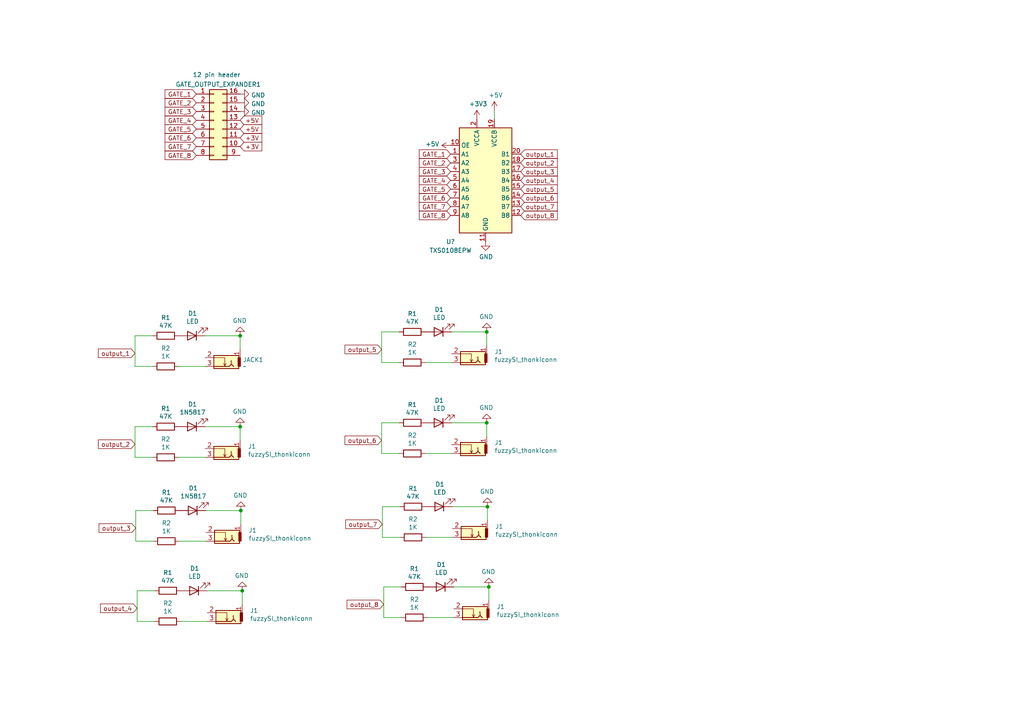
<source format=kicad_sch>
(kicad_sch (version 20230121) (generator eeschema)
  (paper "A4")
  (lib_symbols
    (symbol "Connector_Generic:Conn_02x08_Counter_Clockwise" (pin_names (offset 1.016) hide)
      (property "Reference" "J" (at 1.27 10.16 0))
      (property "Value" "Conn_02x08_Counter_Clockwise" (at 1.27 -12.7 0))
      (symbol "Conn_02x08_Counter_Clockwise_1_1"
        (rectangle (start -1.27 -10.033) (end 0 -10.287) (stroke (width 0.1524)))
        (rectangle (start -1.27 -7.493) (end 0 -7.747) (stroke (width 0.1524)))
        (rectangle (start -1.27 -4.953) (end 0 -5.207) (stroke (width 0.1524)))
        (rectangle (start -1.27 -2.413) (end 0 -2.667) (stroke (width 0.1524)))
        (rectangle (start -1.27 0.127) (end 0 -0.127) (stroke (width 0.1524)))
        (rectangle (start -1.27 2.667) (end 0 2.413) (stroke (width 0.1524)))
        (rectangle (start -1.27 5.207) (end 0 4.953) (stroke (width 0.1524)))
        (rectangle (start -1.27 7.747) (end 0 7.493) (stroke (width 0.1524)))
        (rectangle (start -1.27 8.89) (end 3.81 -11.43) (stroke (width 0.254)) (fill (type background)))
        (rectangle (start 3.81 -10.033) (end 2.54 -10.287) (stroke (width 0.1524)))
        (rectangle (start 3.81 -7.493) (end 2.54 -7.747) (stroke (width 0.1524)))
        (rectangle (start 3.81 -4.953) (end 2.54 -5.207) (stroke (width 0.1524)))
        (rectangle (start 3.81 -2.413) (end 2.54 -2.667) (stroke (width 0.1524)))
        (rectangle (start 3.81 0.127) (end 2.54 -0.127) (stroke (width 0.1524)))
        (rectangle (start 3.81 2.667) (end 2.54 2.413) (stroke (width 0.1524)))
        (rectangle (start 3.81 5.207) (end 2.54 4.953) (stroke (width 0.1524)))
        (rectangle (start 3.81 7.747) (end 2.54 7.493) (stroke (width 0.1524)))
        (pin passive line (at -5.08 7.62 0) (length 3.81) (name "Pin_1") (number "1"))
        (pin passive line (at 7.62 -7.62 180) (length 3.81) (name "Pin_10") (number "10"))
        (pin passive line (at 7.62 -5.08 180) (length 3.81) (name "Pin_11") (number "11"))
        (pin passive line (at 7.62 -2.54 180) (length 3.81) (name "Pin_12") (number "12"))
        (pin passive line (at 7.62 0 180) (length 3.81) (name "Pin_13") (number "13"))
        (pin passive line (at 7.62 2.54 180) (length 3.81) (name "Pin_14") (number "14"))
        (pin passive line (at 7.62 5.08 180) (length 3.81) (name "Pin_15") (number "15"))
        (pin passive line (at 7.62 7.62 180) (length 3.81) (name "Pin_16") (number "16"))
        (pin passive line (at -5.08 5.08 0) (length 3.81) (name "Pin_2") (number "2"))
        (pin passive line (at -5.08 2.54 0) (length 3.81) (name "Pin_3") (number "3"))
        (pin passive line (at -5.08 0 0) (length 3.81) (name "Pin_4") (number "4"))
        (pin passive line (at -5.08 -2.54 0) (length 3.81) (name "Pin_5") (number "5"))
        (pin passive line (at -5.08 -5.08 0) (length 3.81) (name "Pin_6") (number "6"))
        (pin passive line (at -5.08 -7.62 0) (length 3.81) (name "Pin_7") (number "7"))
        (pin passive line (at -5.08 -10.16 0) (length 3.81) (name "Pin_8") (number "8"))
        (pin passive line (at 7.62 -10.16 180) (length 3.81) (name "Pin_9") (number "9"))
      )
    )
    (symbol "Device:LED" (pin_numbers hide) (pin_names (offset 1.016) hide)
      (property "Reference" "D" (at 0 2.54 0))
      (property "Value" "LED" (at 0 -2.54 0))
      (symbol "LED_0_1"
        (polyline (pts (xy -1.27 -1.27) (xy -1.27 1.27)) (stroke (width 0.254)))
        (polyline (pts (xy -1.27 0) (xy 1.27 0)))
        (polyline (pts (xy 1.27 -1.27) (xy 1.27 1.27) (xy -1.27 0) (xy 1.27 -1.27)) (stroke (width 0.254)))
        (polyline (pts (xy -3.048 -0.762) (xy -4.572 -2.286) (xy -3.81 -2.286) (xy -4.572 -2.286) (xy -4.572 -1.524)))
        (polyline (pts (xy -1.778 -0.762) (xy -3.302 -2.286) (xy -2.54 -2.286) (xy -3.302 -2.286) (xy -3.302 -1.524)))
      )
      (symbol "LED_1_1"
        (pin passive line (at -3.81 0 0) (length 2.54) (name "K") (number "1"))
        (pin passive line (at 3.81 0 180) (length 2.54) (name "A") (number "2"))
      )
    )
    (symbol "Device:R" (pin_numbers hide) (pin_names (offset 0))
      (property "Reference" "R" (at 2.032 0 90))
      (property "Value" "R" (at 0 0 90))
      (symbol "R_0_1"
        (rectangle (start -1.016 -2.54) (end 1.016 2.54) (stroke (width 0.254)))
      )
      (symbol "R_1_1"
        (pin passive line (at 0 3.81 270) (length 1.27) (name "~") (number "1"))
        (pin passive line (at 0 -3.81 90) (length 1.27) (name "~") (number "2"))
      )
    )
    (symbol "Logic_LevelTranslator:TXS0108EPW"
      (property "Reference" "U" (at -6.35 16.51 0))
      (property "Value" "TXS0108EPW" (at 3.81 16.51 0))
      (symbol "TXS0108EPW_0_1"
        (rectangle (start -7.62 15.24) (end 7.62 -15.24) (stroke (width 0.254)) (fill (type background)))
      )
      (symbol "TXS0108EPW_1_1"
        (pin bidirectional line (at -10.16 7.62 0) (length 2.54) (name "A1") (number "1"))
        (pin input line (at -10.16 10.16 0) (length 2.54) (name "OE") (number "10"))
        (pin power_in line (at 0 -17.78 90) (length 2.54) (name "GND") (number "11"))
        (pin bidirectional line (at 10.16 -10.16 180) (length 2.54) (name "B8") (number "12"))
        (pin bidirectional line (at 10.16 -7.62 180) (length 2.54) (name "B7") (number "13"))
        (pin bidirectional line (at 10.16 -5.08 180) (length 2.54) (name "B6") (number "14"))
        (pin bidirectional line (at 10.16 -2.54 180) (length 2.54) (name "B5") (number "15"))
        (pin bidirectional line (at 10.16 0 180) (length 2.54) (name "B4") (number "16"))
        (pin bidirectional line (at 10.16 2.54 180) (length 2.54) (name "B3") (number "17"))
        (pin bidirectional line (at 10.16 5.08 180) (length 2.54) (name "B2") (number "18"))
        (pin power_in line (at 2.54 17.78 270) (length 2.54) (name "VCCB") (number "19"))
        (pin power_in line (at -2.54 17.78 270) (length 2.54) (name "VCCA") (number "2"))
        (pin bidirectional line (at 10.16 7.62 180) (length 2.54) (name "B1") (number "20"))
        (pin bidirectional line (at -10.16 5.08 0) (length 2.54) (name "A2") (number "3"))
        (pin bidirectional line (at -10.16 2.54 0) (length 2.54) (name "A3") (number "4"))
        (pin bidirectional line (at -10.16 0 0) (length 2.54) (name "A4") (number "5"))
        (pin bidirectional line (at -10.16 -2.54 0) (length 2.54) (name "A5") (number "6"))
        (pin bidirectional line (at -10.16 -5.08 0) (length 2.54) (name "A6") (number "7"))
        (pin bidirectional line (at -10.16 -7.62 0) (length 2.54) (name "A7") (number "8"))
        (pin bidirectional line (at -10.16 -10.16 0) (length 2.54) (name "A8") (number "9"))
      )
    )
    (symbol "power:+3V3" (power) (pin_names (offset 0))
      (property "Value" "+3V3" (at 0 3.556 0))
      (symbol "+3V3_0_1"
        (polyline (pts (xy -0.762 1.27) (xy 0 2.54)))
        (polyline (pts (xy 0 0) (xy 0 2.54)))
        (polyline (pts (xy 0 2.54) (xy 0.762 1.27)))
      )
      (symbol "+3V3_1_1"
        (pin power_in line (at 0 0 90) (length 0) hide (name "+3V3") (number "1"))
      )
    )
    (symbol "power:+5V" (power) (pin_names (offset 0))
      (property "Value" "+5V" (at 0 3.556 0))
      (symbol "+5V_0_1"
        (polyline (pts (xy -0.762 1.27) (xy 0 2.54)))
        (polyline (pts (xy 0 0) (xy 0 2.54)))
        (polyline (pts (xy 0 2.54) (xy 0.762 1.27)))
      )
      (symbol "+5V_1_1"
        (pin power_in line (at 0 0 90) (length 0) hide (name "+5V") (number "1"))
      )
    )
    (symbol "power:GND" (power) (pin_names (offset 0))
      (property "Value" "GND" (at 0 -3.81 0))
      (symbol "GND_0_1"
        (polyline (pts (xy 0 0) (xy 0 -1.27) (xy 1.27 -1.27) (xy 0 -2.54) (xy -1.27 -1.27) (xy 0 -1.27)))
      )
      (symbol "GND_1_1"
        (pin power_in line (at 0 0 270) (length 0) hide (name "GND") (number "1"))
      )
    )
    (symbol "usb_midi_clocker circuits-rescue:fuzzySI_thonkiconn-thonkiconn_jackSocket_fuzzySi" (pin_names (offset 1.016))
      (property "Reference" "J" (at -1.27 4.445 0))
      (property "Value" "thonkiconn_jackSocket_fuzzySi_fuzzySI_thonkiconn" (at 4.318 -1.778 0))
      (symbol "fuzzySI_thonkiconn-thonkiconn_jackSocket_fuzzySi_0_0"
        (text "1" (at -2.54 1.27 0) (effects (font (size 0.762 0.762))))
      )
      (symbol "fuzzySI_thonkiconn-thonkiconn_jackSocket_fuzzySi_0_1"
        (rectangle (start -4.699 3.175) (end 2.54 -0.635) (stroke (width 0.254)) (fill (type background)))
        (rectangle (start -4.445 0) (end -5.207 2.54) (fill (type outline)))
        (polyline (pts (xy -0.635 2.413) (xy -0.254 1.651)))
        (polyline (pts (xy 2.54 0) (xy -0.635 0) (xy -0.635 2.413) (xy -1.016 1.651)))
        (polyline (pts (xy 2.54 2.54) (xy -1.905 2.54) (xy -2.54 1.905) (xy -3.175 2.54)) (stroke (width 0.254)))
      )
      (symbol "fuzzySI_thonkiconn-thonkiconn_jackSocket_fuzzySi_1_1"
        (pin passive line (at -5.08 -2.54 90) (length 2.54) (name "~") (number "1"))
        (pin passive line (at 5.08 0 180) (length 2.54) (name "~") (number "2"))
        (pin passive line (at 5.08 2.54 180) (length 2.54) (name "~") (number "3"))
      )
    )
  )
  (junction (at 70.2564 171.3484))
  (junction (at 69.6468 123.7488))
  (junction (at 141.7828 170.2308))
  (junction (at 69.85 148.082))
  (junction (at 141.1732 96.266))
  (junction (at 141.1732 122.6312))
  (junction (at 141.3764 146.9644))
  (junction (at 69.6468 97.3836))
  (wire (pts (xy 131.2164 155.8544) (xy 123.5964 155.8544)))
  (wire (pts (xy 131.0132 105.156) (xy 123.3932 105.156)))
  (wire (pts (xy 110.6932 96.266) (xy 110.6932 105.156)))
  (wire (pts (xy 44.8564 171.3484) (xy 39.7764 171.3484)))
  (wire (pts (xy 59.69 156.972) (xy 52.07 156.972)))
  (wire (pts (xy 141.7828 174.0408) (xy 141.7828 170.2308)))
  (wire (pts (xy 110.6932 105.156) (xy 115.7732 105.156)))
  (wire (pts (xy 131.6228 179.1208) (xy 124.0028 179.1208)))
  (wire (pts (xy 70.2564 175.1584) (xy 70.2564 171.3484)))
  (wire (pts (xy 141.7828 170.2308) (xy 131.6228 170.2308)))
  (wire (pts (xy 70.2564 171.3484) (xy 60.0964 171.3484)))
  (wire (pts (xy 116.3828 170.2308) (xy 111.3028 170.2308)))
  (wire (pts (xy 44.45 148.082) (xy 39.37 148.082)))
  (wire (pts (xy 39.7764 171.3484) (xy 39.7764 180.2384)))
  (wire (pts (xy 110.8964 146.9644) (xy 110.8964 155.8544)))
  (wire (pts (xy 39.37 148.082) (xy 39.37 156.972)))
  (wire (pts (xy 69.6468 127.5588) (xy 69.6468 123.7488)))
  (wire (pts (xy 69.85 148.082) (xy 59.69 148.082)))
  (wire (pts (xy 110.6932 131.5212) (xy 115.7732 131.5212)))
  (wire (pts (xy 39.37 156.972) (xy 44.45 156.972)))
  (wire (pts (xy 141.1732 100.076) (xy 141.1732 96.266)))
  (wire (pts (xy 141.1732 122.6312) (xy 131.0132 122.6312)))
  (wire (pts (xy 141.1732 96.266) (xy 131.0132 96.266)))
  (wire (pts (xy 59.4868 106.2736) (xy 51.8668 106.2736)))
  (wire (pts (xy 141.1732 126.4412) (xy 141.1732 122.6312)))
  (wire (pts (xy 69.85 151.892) (xy 69.85 148.082)))
  (wire (pts (xy 60.0964 180.2384) (xy 52.4764 180.2384)))
  (wire (pts (xy 143.383 32.004) (xy 143.383 34.544)))
  (wire (pts (xy 39.7764 180.2384) (xy 44.8564 180.2384)))
  (wire (pts (xy 111.3028 170.2308) (xy 111.3028 179.1208)))
  (wire (pts (xy 39.1668 97.3836) (xy 39.1668 106.2736)))
  (wire (pts (xy 39.1668 132.6388) (xy 44.2468 132.6388)))
  (wire (pts (xy 110.8964 155.8544) (xy 115.9764 155.8544)))
  (wire (pts (xy 69.6468 97.3836) (xy 59.4868 97.3836)))
  (wire (pts (xy 44.2468 123.7488) (xy 39.1668 123.7488)))
  (wire (pts (xy 69.6468 101.1936) (xy 69.6468 97.3836)))
  (wire (pts (xy 141.3764 146.9644) (xy 131.2164 146.9644)))
  (wire (pts (xy 39.1668 106.2736) (xy 44.2468 106.2736)))
  (wire (pts (xy 141.3764 150.7744) (xy 141.3764 146.9644)))
  (wire (pts (xy 115.7732 96.266) (xy 110.6932 96.266)))
  (wire (pts (xy 59.4868 132.6388) (xy 51.8668 132.6388)))
  (wire (pts (xy 69.6468 123.7488) (xy 59.4868 123.7488)))
  (wire (pts (xy 111.3028 179.1208) (xy 116.3828 179.1208)))
  (wire (pts (xy 110.6932 122.6312) (xy 110.6932 131.5212)))
  (wire (pts (xy 39.1668 123.7488) (xy 39.1668 132.6388)))
  (wire (pts (xy 115.9764 146.9644) (xy 110.8964 146.9644)))
  (wire (pts (xy 131.0132 131.5212) (xy 123.3932 131.5212)))
  (wire (pts (xy 44.2468 97.3836) (xy 39.1668 97.3836)))
  (wire (pts (xy 115.7732 122.6312) (xy 110.6932 122.6312)))
  (global_label "output_7" (shape input) (at 151.003 59.944 0) (property "Intersheetrefs" "${INTERSHEET_REFS}" (effects hide)))
  (global_label "GATE_3" (shape input) (at 56.9468 32.3596 180) (property "Intersheetrefs" "${INTERSHEET_REFS}" (effects hide)))
  (global_label "GATE_2" (shape input) (at 130.683 47.244 180) (property "Intersheetrefs" "${INTERSHEET_REFS}" (effects hide)))
  (global_label "GATE_5" (shape input) (at 56.9468 37.4396 180) (property "Intersheetrefs" "${INTERSHEET_REFS}" (effects hide)))
  (global_label "output_8" (shape input) (at 111.3028 175.3108 180) (property "Intersheetrefs" "${INTERSHEET_REFS}" (effects hide)))
  (global_label "GATE_7" (shape input) (at 130.683 59.944 180) (property "Intersheetrefs" "${INTERSHEET_REFS}" (effects hide)))
  (global_label "+3V" (shape input) (at 69.6468 39.9796 0) (property "Intersheetrefs" "${INTERSHEET_REFS}" (effects hide)))
  (global_label "GATE_6" (shape input) (at 130.683 57.404 180) (property "Intersheetrefs" "${INTERSHEET_REFS}" (effects hide)))
  (global_label "+3V" (shape input) (at 69.6468 42.5196 0) (property "Intersheetrefs" "${INTERSHEET_REFS}" (effects hide)))
  (global_label "GATE_3" (shape input) (at 130.683 49.784 180) (property "Intersheetrefs" "${INTERSHEET_REFS}" (effects hide)))
  (global_label "+5V" (shape input) (at 69.6468 34.8996 0) (property "Intersheetrefs" "${INTERSHEET_REFS}" (effects hide)))
  (global_label "output_4" (shape input) (at 39.7764 176.4284 180) (property "Intersheetrefs" "${INTERSHEET_REFS}" (effects hide)))
  (global_label "output_8" (shape input) (at 151.003 62.484 0) (property "Intersheetrefs" "${INTERSHEET_REFS}" (effects hide)))
  (global_label "GATE_7" (shape input) (at 56.9468 42.5196 180) (property "Intersheetrefs" "${INTERSHEET_REFS}" (effects hide)))
  (global_label "output_7" (shape input) (at 110.8964 152.0444 180) (property "Intersheetrefs" "${INTERSHEET_REFS}" (effects hide)))
  (global_label "GATE_5" (shape input) (at 130.683 54.864 180) (property "Intersheetrefs" "${INTERSHEET_REFS}" (effects hide)))
  (global_label "GATE_6" (shape input) (at 56.9468 39.9796 180) (property "Intersheetrefs" "${INTERSHEET_REFS}" (effects hide)))
  (global_label "GATE_2" (shape input) (at 56.9468 29.8196 180) (property "Intersheetrefs" "${INTERSHEET_REFS}" (effects hide)))
  (global_label "output_1" (shape input) (at 39.1668 102.4636 180) (property "Intersheetrefs" "${INTERSHEET_REFS}" (effects hide)))
  (global_label "output_3" (shape input) (at 151.003 49.784 0) (property "Intersheetrefs" "${INTERSHEET_REFS}" (effects hide)))
  (global_label "output_6" (shape input) (at 110.6932 127.7112 180) (property "Intersheetrefs" "${INTERSHEET_REFS}" (effects hide)))
  (global_label "+5V" (shape input) (at 69.6468 37.4396 0) (property "Intersheetrefs" "${INTERSHEET_REFS}" (effects hide)))
  (global_label "GATE_4" (shape input) (at 56.9468 34.8996 180) (property "Intersheetrefs" "${INTERSHEET_REFS}" (effects hide)))
  (global_label "output_5" (shape input) (at 110.6932 101.346 180) (property "Intersheetrefs" "${INTERSHEET_REFS}" (effects hide)))
  (global_label "output_3" (shape input) (at 39.37 153.162 180) (property "Intersheetrefs" "${INTERSHEET_REFS}" (effects hide)))
  (global_label "output_5" (shape input) (at 151.003 54.864 0) (property "Intersheetrefs" "${INTERSHEET_REFS}" (effects hide)))
  (global_label "output_2" (shape input) (at 151.003 47.244 0) (property "Intersheetrefs" "${INTERSHEET_REFS}" (effects hide)))
  (global_label "GATE_8" (shape input) (at 130.683 62.484 180) (property "Intersheetrefs" "${INTERSHEET_REFS}" (effects hide)))
  (global_label "output_2" (shape input) (at 39.1668 128.8288 180) (property "Intersheetrefs" "${INTERSHEET_REFS}" (effects hide)))
  (global_label "GATE_1" (shape input) (at 130.683 44.704 180) (property "Intersheetrefs" "${INTERSHEET_REFS}" (effects hide)))
  (global_label "GATE_8" (shape input) (at 56.9468 45.0596 180) (property "Intersheetrefs" "${INTERSHEET_REFS}" (effects hide)))
  (global_label "GATE_1" (shape input) (at 56.9468 27.2796 180) (property "Intersheetrefs" "${INTERSHEET_REFS}" (effects hide)))
  (global_label "GATE_4" (shape input) (at 130.683 52.324 180) (property "Intersheetrefs" "${INTERSHEET_REFS}" (effects hide)))
  (global_label "output_4" (shape input) (at 151.003 52.324 0) (property "Intersheetrefs" "${INTERSHEET_REFS}" (effects hide)))
  (global_label "output_6" (shape input) (at 151.003 57.404 0) (property "Intersheetrefs" "${INTERSHEET_REFS}" (effects hide)))
  (global_label "output_1" (shape input) (at 151.003 44.704 0) (property "Intersheetrefs" "${INTERSHEET_REFS}" (effects hide)))
  (symbol (lib_id "power:GND") (at 141.7828 170.2308 180) (unit 1)
    (property "Reference" "#PWR0101" (effects hide))
    (property "Value" "GND" (at 141.6558 165.8366 0))
    (instances (project "usb_midi_clocker circuits" (path "" (reference "#PWR0101") (unit 1)) (path "" (reference "#PWR016") (unit 1))))
  )
  (symbol (lib_id "Device:LED") (at 55.6768 123.7488 180) (unit 1)
    (property "Reference" "D1" (at 55.8546 117.2718 0))
    (property "Value" "1N5817" (at 55.8546 119.5832 0))
    (property "Footprint" "Diode_THT:D_DO-41_SOD81_P10.16mm_Horizontal" (effects hide))
    (instances (project "usb_midi_clocker circuits" (path "" (reference "D1") (unit 1)) (path "" (reference "D2") (unit 1))))
  )
  (symbol (lib_id "usb_midi_clocker circuits-rescue:fuzzySI_thonkiconn-thonkiconn_jackSocket_fuzzySi") (at 64.77 154.432 180) (unit 1)
    (property "Reference" "J1" (at 72.0852 153.8224 0) (effects (justify right)))
    (property "Value" "fuzzySI_thonkiconn" (at 72.0852 156.1338 0) (effects (justify right)))
    (property "Footprint" "Connector_Audio:Jack_3.5mm_QingPu_WQP-PJ398SM_Vertical_CircularHoles" (effects hide))
    (instances (project "usb_midi_clocker circuits" (path "" (reference "J1") (unit 1)) (path "" (reference "JACK3") (unit 1))))
  )
  (symbol (lib_id "power:GND") (at 70.2564 171.3484 180) (unit 1)
    (property "Reference" "#PWR0101" (effects hide))
    (property "Value" "GND" (at 70.1294 166.9542 0))
    (instances (project "usb_midi_clocker circuits" (path "" (reference "#PWR0101") (unit 1)) (path "" (reference "#PWR040") (unit 1))))
  )
  (symbol (lib_id "Device:LED") (at 127.2032 122.6312 180) (unit 1)
    (property "Reference" "D1" (at 127.381 116.1542 0))
    (property "Value" "LED" (at 127.381 118.4656 0))
    (property "Footprint" "LED_THT:LED_D3.0mm" (effects hide))
    (instances (project "usb_midi_clocker circuits" (path "" (reference "D1") (unit 1)) (path "" (reference "DACK6") (unit 1))))
  )
  (symbol (lib_id "power:GND") (at 69.6468 27.2796 90) (unit 1)
    (property "Reference" "#PWR033" (effects hide))
    (property "Value" "GND" (at 72.8218 27.5964 90) (effects (justify right)))
    (instances (project "usb_midi_clocker circuits" (path "" (reference "#PWR033") (unit 1)) (path "" (reference "#PWR026") (unit 1))))
  )
  (symbol (lib_id "Device:LED") (at 55.6768 97.3836 180) (unit 1)
    (property "Reference" "D1" (at 55.8546 90.9066 0))
    (property "Value" "LED" (at 55.8546 93.218 0))
    (property "Footprint" "LED_THT:LED_D3.0mm" (effects hide))
  )
  (symbol (lib_id "Device:LED") (at 127.8128 170.2308 180) (unit 1)
    (property "Reference" "D1" (at 127.9906 163.7538 0))
    (property "Value" "LED" (at 127.9906 166.0652 0))
    (property "Footprint" "LED_THT:LED_D3.0mm" (effects hide))
    (instances (project "usb_midi_clocker circuits" (path "" (reference "D1") (unit 1)) (path "" (reference "DACK8") (unit 1))))
  )
  (symbol (lib_id "Device:R") (at 120.1928 179.1208 270) (unit 1)
    (property "Reference" "R2" (at 120.1928 173.863 90))
    (property "Value" "1K" (at 120.1928 176.1744 90))
    (property "Footprint" "Resistor_THT:R_Axial_DIN0309_L9.0mm_D3.2mm_P12.70mm_Horizontal" (effects hide))
    (instances (project "usb_midi_clocker circuits" (path "" (reference "R2") (unit 1)) (path "" (reference "R_JACK_8_JACK1") (unit 1))))
  )
  (symbol (lib_id "power:GND") (at 69.6468 29.8196 90) (unit 1)
    (property "Reference" "#PWR033" (effects hide))
    (property "Value" "GND" (at 72.8218 30.1364 90) (effects (justify right)))
    (instances (project "usb_midi_clocker circuits" (path "" (reference "#PWR033") (unit 1)) (path "" (reference "#PWR035") (unit 1))))
  )
  (symbol (lib_id "power:+3V3") (at 138.303 34.544 0) (unit 1)
    (property "Reference" "#PWR?" (effects hide))
    (property "Value" "+3V3" (at 138.684 30.1498 0))
    (instances (project "usb_midi_clocker circuits" (path "" (reference "#PWR?") (unit 1)) (path "" (reference "#PWR023") (unit 1))))
  )
  (symbol (lib_id "Device:R") (at 48.0568 123.7488 270) (unit 1)
    (property "Reference" "R1" (at 48.0568 118.491 90))
    (property "Value" "47K" (at 48.0568 120.8024 90))
    (property "Footprint" "Resistor_THT:R_Axial_DIN0309_L9.0mm_D3.2mm_P12.70mm_Horizontal" (effects hide))
    (instances (project "usb_midi_clocker circuits" (path "" (reference "R1") (unit 1)) (path "" (reference "R_JACK_2_LED1") (unit 1))))
  )
  (symbol (lib_id "usb_midi_clocker circuits-rescue:fuzzySI_thonkiconn-thonkiconn_jackSocket_fuzzySi") (at 136.7028 176.5808 180) (unit 1)
    (property "Reference" "J1" (at 144.018 175.9712 0) (effects (justify right)))
    (property "Value" "fuzzySI_thonkiconn" (at 144.018 178.2826 0) (effects (justify right)))
    (property "Footprint" "Connector_Audio:Jack_3.5mm_QingPu_WQP-PJ398SM_Vertical_CircularHoles" (effects hide))
    (instances (project "usb_midi_clocker circuits" (path "" (reference "J1") (unit 1)) (path "" (reference "JACK8") (unit 1))))
  )
  (symbol (lib_id "Device:R") (at 119.5832 122.6312 270) (unit 1)
    (property "Reference" "R1" (at 119.5832 117.3734 90))
    (property "Value" "47K" (at 119.5832 119.6848 90))
    (property "Footprint" "Resistor_THT:R_Axial_DIN0309_L9.0mm_D3.2mm_P12.70mm_Horizontal" (effects hide))
    (instances (project "usb_midi_clocker circuits" (path "" (reference "R1") (unit 1)) (path "" (reference "R_JACK_6_LED1") (unit 1))))
  )
  (symbol (lib_id "Device:R") (at 119.7864 155.8544 270) (unit 1)
    (property "Reference" "R2" (at 119.7864 150.5966 90))
    (property "Value" "1K" (at 119.7864 152.908 90))
    (property "Footprint" "Resistor_THT:R_Axial_DIN0309_L9.0mm_D3.2mm_P12.70mm_Horizontal" (effects hide))
    (instances (project "usb_midi_clocker circuits" (path "" (reference "R2") (unit 1)) (path "" (reference "R_JACK_7_JACK1") (unit 1))))
  )
  (symbol (lib_id "usb_midi_clocker circuits-rescue:fuzzySI_thonkiconn-thonkiconn_jackSocket_fuzzySi") (at 64.5668 130.0988 180) (unit 1)
    (property "Reference" "J1" (at 71.882 129.4892 0) (effects (justify right)))
    (property "Value" "fuzzySI_thonkiconn" (at 71.882 131.8006 0) (effects (justify right)))
    (property "Footprint" "Connector_Audio:Jack_3.5mm_QingPu_WQP-PJ398SM_Vertical_CircularHoles" (effects hide))
    (instances (project "usb_midi_clocker circuits" (path "" (reference "J1") (unit 1)) (path "" (reference "JACK2") (unit 1))))
  )
  (symbol (lib_id "Device:R") (at 120.1928 170.2308 270) (unit 1)
    (property "Reference" "R1" (at 120.1928 164.973 90))
    (property "Value" "47K" (at 120.1928 167.2844 90))
    (property "Footprint" "Resistor_THT:R_Axial_DIN0309_L9.0mm_D3.2mm_P12.70mm_Horizontal" (effects hide))
    (instances (project "usb_midi_clocker circuits" (path "" (reference "R1") (unit 1)) (path "" (reference "R_JACK_8_LED1") (unit 1))))
  )
  (symbol (lib_id "Device:R") (at 119.7864 146.9644 270) (unit 1)
    (property "Reference" "R1" (at 119.7864 141.7066 90))
    (property "Value" "47K" (at 119.7864 144.018 90))
    (property "Footprint" "Resistor_THT:R_Axial_DIN0309_L9.0mm_D3.2mm_P12.70mm_Horizontal" (effects hide))
    (instances (project "usb_midi_clocker circuits" (path "" (reference "R1") (unit 1)) (path "" (reference "R_JACK_7_LED1") (unit 1))))
  )
  (symbol (lib_id "Device:LED") (at 127.4064 146.9644 180) (unit 1)
    (property "Reference" "D1" (at 127.5842 140.4874 0))
    (property "Value" "LED" (at 127.5842 142.7988 0))
    (property "Footprint" "LED_THT:LED_D3.0mm" (effects hide))
    (instances (project "usb_midi_clocker circuits" (path "" (reference "D1") (unit 1)) (path "" (reference "DACK7") (unit 1))))
  )
  (symbol (lib_id "Device:LED") (at 127.2032 96.266 180) (unit 1)
    (property "Reference" "D1" (at 127.381 89.789 0))
    (property "Value" "LED" (at 127.381 92.1004 0))
    (property "Footprint" "LED_THT:LED_D3.0mm" (effects hide))
    (instances (project "usb_midi_clocker circuits" (path "" (reference "D1") (unit 1)) (path "" (reference "DACK5") (unit 1))))
  )
  (symbol (lib_id "Device:R") (at 48.6664 180.2384 270) (unit 1)
    (property "Reference" "R2" (at 48.6664 174.9806 90))
    (property "Value" "1K" (at 48.6664 177.292 90))
    (property "Footprint" "Resistor_THT:R_Axial_DIN0309_L9.0mm_D3.2mm_P12.70mm_Horizontal" (effects hide))
    (instances (project "usb_midi_clocker circuits" (path "" (reference "R2") (unit 1)) (path "" (reference "R_JACK_4_JACK1") (unit 1))))
  )
  (symbol (lib_id "usb_midi_clocker circuits-rescue:fuzzySI_thonkiconn-thonkiconn_jackSocket_fuzzySi") (at 136.0932 102.616 180) (unit 1)
    (property "Reference" "J1" (at 143.4084 102.0064 0) (effects (justify right)))
    (property "Value" "fuzzySI_thonkiconn" (at 143.4084 104.3178 0) (effects (justify right)))
    (property "Footprint" "Connector_Audio:Jack_3.5mm_QingPu_WQP-PJ398SM_Vertical_CircularHoles" (effects hide))
    (instances (project "usb_midi_clocker circuits" (path "" (reference "J1") (unit 1)) (path "" (reference "JACK5") (unit 1))))
  )
  (symbol (lib_id "Device:R") (at 48.0568 97.3836 270) (unit 1)
    (property "Reference" "R1" (at 48.0568 92.1258 90))
    (property "Value" "47K" (at 48.0568 94.4372 90))
    (property "Footprint" "Resistor_THT:R_Axial_DIN0309_L9.0mm_D3.2mm_P12.70mm_Horizontal" (effects hide))
    (instances (project "usb_midi_clocker circuits" (path "" (reference "R1") (unit 1)) (path "" (reference "R_JACK_1_LED1") (unit 1))))
  )
  (symbol (lib_id "Device:R") (at 48.0568 132.6388 270) (unit 1)
    (property "Reference" "R2" (at 48.0568 127.381 90))
    (property "Value" "1K" (at 48.0568 129.6924 90))
    (property "Footprint" "Resistor_THT:R_Axial_DIN0309_L9.0mm_D3.2mm_P12.70mm_Horizontal" (effects hide))
    (instances (project "usb_midi_clocker circuits" (path "" (reference "R2") (unit 1)) (path "" (reference "R_JACK_2_JACK1") (unit 1))))
  )
  (symbol (lib_id "power:GND") (at 69.85 148.082 180) (unit 1)
    (property "Reference" "#PWR0101" (effects hide))
    (property "Value" "GND" (at 69.723 143.6878 0))
    (instances (project "usb_midi_clocker circuits" (path "" (reference "#PWR0101") (unit 1)) (path "" (reference "#PWR039") (unit 1))))
  )
  (symbol (lib_id "usb_midi_clocker circuits-rescue:fuzzySI_thonkiconn-thonkiconn_jackSocket_fuzzySi") (at 64.5668 103.7336 180) (unit 1)
    (property "Reference" "JACK1" (at 70.4088 104.3599 0) (effects (justify right)))
    (property "Value" "~" (at 70.4088 106.2809 0) (effects (justify right)))
    (property "Footprint" "doctea:Jack_3.5mm_QingPu_WQP-PJ398SM_TRS_Vertical_CircularHoles" (effects hide))
  )
  (symbol (lib_id "usb_midi_clocker circuits-rescue:fuzzySI_thonkiconn-thonkiconn_jackSocket_fuzzySi") (at 136.2964 153.3144 180) (unit 1)
    (property "Reference" "J1" (at 143.6116 152.7048 0) (effects (justify right)))
    (property "Value" "fuzzySI_thonkiconn" (at 143.6116 155.0162 0) (effects (justify right)))
    (property "Footprint" "Connector_Audio:Jack_3.5mm_QingPu_WQP-PJ398SM_Vertical_CircularHoles" (effects hide))
    (instances (project "usb_midi_clocker circuits" (path "" (reference "J1") (unit 1)) (path "" (reference "JACK7") (unit 1))))
  )
  (symbol (lib_id "power:GND") (at 141.3764 146.9644 180) (unit 1)
    (property "Reference" "#PWR0101" (effects hide))
    (property "Value" "GND" (at 141.2494 142.5702 0))
    (instances (project "usb_midi_clocker circuits" (path "" (reference "#PWR0101") (unit 1)) (path "" (reference "#PWR014") (unit 1))))
  )
  (symbol (lib_id "power:+5V") (at 143.383 32.004 0) (unit 1)
    (property "Reference" "#PWR?" (effects hide))
    (property "Value" "+5V" (at 143.764 27.6098 0))
    (instances (project "usb_midi_clocker circuits" (path "" (reference "#PWR?") (unit 1)) (path "" (reference "#PWR025") (unit 1))))
  )
  (symbol (lib_id "Device:LED") (at 56.2864 171.3484 180) (unit 1)
    (property "Reference" "D1" (at 56.4642 164.8714 0))
    (property "Value" "LED" (at 56.4642 167.1828 0))
    (property "Footprint" "LED_THT:LED_D3.0mm" (effects hide))
    (instances (project "usb_midi_clocker circuits" (path "" (reference "D1") (unit 1)) (path "" (reference "D4") (unit 1))))
  )
  (symbol (lib_id "usb_midi_clocker circuits-rescue:fuzzySI_thonkiconn-thonkiconn_jackSocket_fuzzySi") (at 65.1764 177.6984 180) (unit 1)
    (property "Reference" "J1" (at 72.4916 177.0888 0) (effects (justify right)))
    (property "Value" "fuzzySI_thonkiconn" (at 72.4916 179.4002 0) (effects (justify right)))
    (property "Footprint" "Connector_Audio:Jack_3.5mm_QingPu_WQP-PJ398SM_Vertical_CircularHoles" (effects hide))
    (instances (project "usb_midi_clocker circuits" (path "" (reference "J1") (unit 1)) (path "" (reference "JACK4") (unit 1))))
  )
  (symbol (lib_id "power:GND") (at 69.6468 97.3836 180) (unit 1)
    (property "Reference" "#PWR0101" (effects hide))
    (property "Value" "GND" (at 69.5198 92.9894 0))
    (instances (project "usb_midi_clocker circuits" (path "" (reference "#PWR0101") (unit 1)) (path "" (reference "#PWR033") (unit 1))))
  )
  (symbol (lib_id "Connector_Generic:Conn_02x08_Counter_Clockwise") (at 62.0268 34.8996 0) (unit 1)
    (property "Reference" "GATE_OUTPUT_EXPANDER1" (at 63.2968 24.4856 0))
    (property "Value" "12 pin header" (at 62.8396 21.6916 0))
    (property "Footprint" "Connector_PinHeader_2.54mm:PinHeader_2x08_P2.54mm_Vertical" (effects hide))
    (instances (project "usb_midi_clocker circuits" (path "" (reference "GATE_OUTPUT_EXPANDER1") (unit 1)) (path "" (reference "GATE_OUTPUT_EXPANDER_SATELLITE1") (unit 1))))
  )
  (symbol (lib_id "Device:R") (at 48.26 156.972 270) (unit 1)
    (property "Reference" "R2" (at 48.26 151.7142 90))
    (property "Value" "1K" (at 48.26 154.0256 90))
    (property "Footprint" "Resistor_THT:R_Axial_DIN0309_L9.0mm_D3.2mm_P12.70mm_Horizontal" (effects hide))
    (instances (project "usb_midi_clocker circuits" (path "" (reference "R2") (unit 1)) (path "" (reference "R_JACK_3_JACK1") (unit 1))))
  )
  (symbol (lib_id "Device:R") (at 119.5832 96.266 270) (unit 1)
    (property "Reference" "R1" (at 119.5832 91.0082 90))
    (property "Value" "47K" (at 119.5832 93.3196 90))
    (property "Footprint" "Resistor_THT:R_Axial_DIN0309_L9.0mm_D3.2mm_P12.70mm_Horizontal" (effects hide))
    (instances (project "usb_midi_clocker circuits" (path "" (reference "R1") (unit 1)) (path "" (reference "R_JACK_5_LED1") (unit 1))))
  )
  (symbol (lib_id "power:GND") (at 140.843 70.104 0) (unit 1)
    (property "Reference" "#PWR?" (effects hide))
    (property "Value" "GND" (at 140.97 74.4982 0))
    (instances (project "usb_midi_clocker circuits" (path "" (reference "#PWR?") (unit 1)) (path "" (reference "#PWR024") (unit 1))))
  )
  (symbol (lib_id "Device:R") (at 48.26 148.082 270) (unit 1)
    (property "Reference" "R1" (at 48.26 142.8242 90))
    (property "Value" "47K" (at 48.26 145.1356 90))
    (property "Footprint" "Resistor_THT:R_Axial_DIN0309_L9.0mm_D3.2mm_P12.70mm_Horizontal" (effects hide))
    (instances (project "usb_midi_clocker circuits" (path "" (reference "R1") (unit 1)) (path "" (reference "R_JACK_3_LED1") (unit 1))))
  )
  (symbol (lib_id "usb_midi_clocker circuits-rescue:fuzzySI_thonkiconn-thonkiconn_jackSocket_fuzzySi") (at 136.0932 128.9812 180) (unit 1)
    (property "Reference" "J1" (at 143.4084 128.3716 0) (effects (justify right)))
    (property "Value" "fuzzySI_thonkiconn" (at 143.4084 130.683 0) (effects (justify right)))
    (property "Footprint" "Connector_Audio:Jack_3.5mm_QingPu_WQP-PJ398SM_Vertical_CircularHoles" (effects hide))
    (instances (project "usb_midi_clocker circuits" (path "" (reference "J1") (unit 1)) (path "" (reference "JACK6") (unit 1))))
  )
  (symbol (lib_id "Device:R") (at 119.5832 131.5212 270) (unit 1)
    (property "Reference" "R2" (at 119.5832 126.2634 90))
    (property "Value" "1K" (at 119.5832 128.5748 90))
    (property "Footprint" "Resistor_THT:R_Axial_DIN0309_L9.0mm_D3.2mm_P12.70mm_Horizontal" (effects hide))
    (instances (project "usb_midi_clocker circuits" (path "" (reference "R2") (unit 1)) (path "" (reference "R_JACK_6_JACK1") (unit 1))))
  )
  (symbol (lib_id "Device:R") (at 48.6664 171.3484 270) (unit 1)
    (property "Reference" "R1" (at 48.6664 166.0906 90))
    (property "Value" "47K" (at 48.6664 168.402 90))
    (property "Footprint" "Resistor_THT:R_Axial_DIN0309_L9.0mm_D3.2mm_P12.70mm_Horizontal" (effects hide))
    (instances (project "usb_midi_clocker circuits" (path "" (reference "R1") (unit 1)) (path "" (reference "R_JACK_4_LED1") (unit 1))))
  )
  (symbol (lib_id "power:GND") (at 141.1732 122.6312 180) (unit 1)
    (property "Reference" "#PWR0101" (effects hide))
    (property "Value" "GND" (at 141.0462 118.237 0))
    (instances (project "usb_midi_clocker circuits" (path "" (reference "#PWR0101") (unit 1)) (path "" (reference "#PWR011") (unit 1))))
  )
  (symbol (lib_id "power:GND") (at 69.6468 123.7488 180) (unit 1)
    (property "Reference" "#PWR0101" (effects hide))
    (property "Value" "GND" (at 69.5198 119.3546 0))
    (instances (project "usb_midi_clocker circuits" (path "" (reference "#PWR0101") (unit 1)) (path "" (reference "#PWR034") (unit 1))))
  )
  (symbol (lib_id "Device:R") (at 48.0568 106.2736 270) (unit 1)
    (property "Reference" "R2" (at 48.0568 101.0158 90))
    (property "Value" "1K" (at 48.0568 103.3272 90))
    (property "Footprint" "Resistor_THT:R_Axial_DIN0309_L9.0mm_D3.2mm_P12.70mm_Horizontal" (effects hide))
    (instances (project "usb_midi_clocker circuits" (path "" (reference "R2") (unit 1)) (path "" (reference "R_JACK_1_JACK1") (unit 1))))
  )
  (symbol (lib_id "power:GND") (at 141.1732 96.266 180) (unit 1)
    (property "Reference" "#PWR0101" (effects hide))
    (property "Value" "GND" (at 141.0462 91.8718 0))
    (instances (project "usb_midi_clocker circuits" (path "" (reference "#PWR0101") (unit 1)) (path "" (reference "#PWR06") (unit 1))))
  )
  (symbol (lib_id "Device:R") (at 119.5832 105.156 270) (unit 1)
    (property "Reference" "R2" (at 119.5832 99.8982 90))
    (property "Value" "1K" (at 119.5832 102.2096 90))
    (property "Footprint" "Resistor_THT:R_Axial_DIN0309_L9.0mm_D3.2mm_P12.70mm_Horizontal" (effects hide))
    (instances (project "usb_midi_clocker circuits" (path "" (reference "R2") (unit 1)) (path "" (reference "R_JACK_5_JACK1") (unit 1))))
  )
  (symbol (lib_id "Device:LED") (at 55.88 148.082 180) (unit 1)
    (property "Reference" "D1" (at 56.0578 141.605 0))
    (property "Value" "1N5817" (at 56.0578 143.9164 0))
    (property "Footprint" "Diode_THT:D_DO-41_SOD81_P10.16mm_Horizontal" (effects hide))
    (instances (project "usb_midi_clocker circuits" (path "" (reference "D1") (unit 1)) (path "" (reference "D3") (unit 1))))
  )
  (symbol (lib_id "power:GND") (at 69.6468 32.3596 90) (unit 1)
    (property "Reference" "#PWR034" (effects hide))
    (property "Value" "GND" (at 72.8218 32.6764 90) (effects (justify right)))
    (instances (project "usb_midi_clocker circuits" (path "" (reference "#PWR034") (unit 1)) (path "" (reference "#PWR027") (unit 1))))
  )
  (symbol (lib_id "Logic_LevelTranslator:TXS0108EPW") (at 140.843 52.324 0) (unit 1)
    (property "Reference" "U?" (at 130.683 70.104 0))
    (property "Value" "TXS0108EPW" (at 130.683 72.644 0))
    (property "Footprint" "Package_SO:TSSOP-20_4.4x6.5mm_P0.65mm" (effects hide))
    (property "Datasheet" "www.ti.com/lit/ds/symlink/txs0108e.pdf" (effects hide))
    (instances (project "usb_midi_clocker circuits" (path "" (reference "U?") (unit 1)) (path "" (reference "U3") (unit 1))))
  )
  (symbol (lib_id "power:+5V") (at 130.683 42.164 90) (unit 1)
    (property "Reference" "#PWR?" (effects hide))
    (property "Value" "+5V" (at 127.4318 41.783 90) (effects (justify left)))
    (instances (project "usb_midi_clocker circuits" (path "" (reference "#PWR?") (unit 1)) (path "" (reference "#PWR022") (unit 1))))
  )
)
</source>
